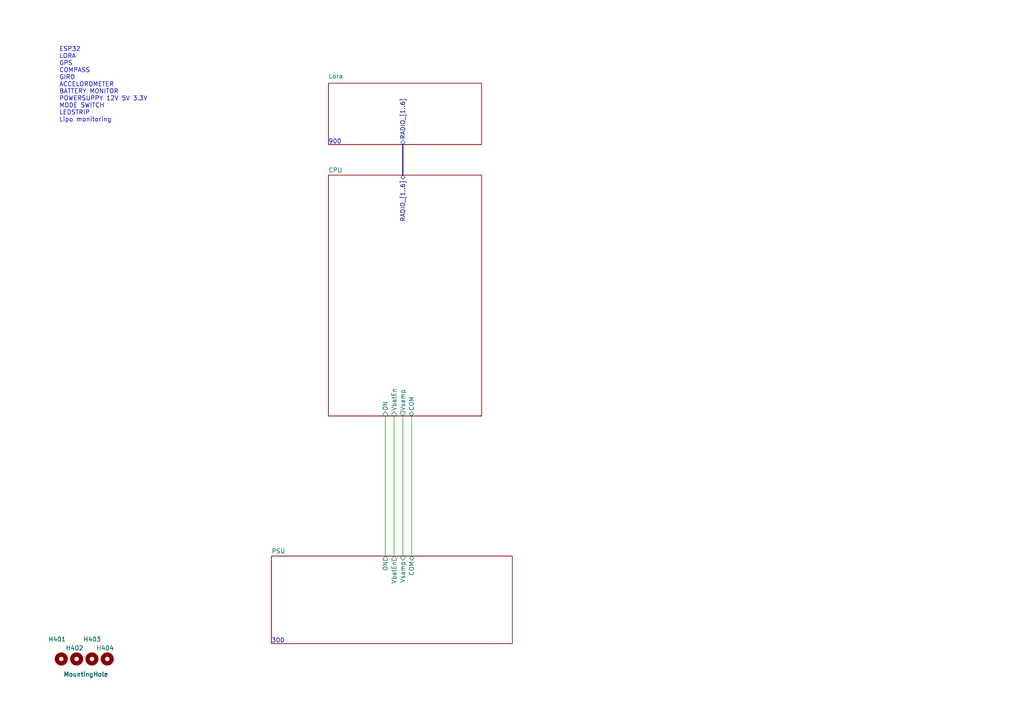
<source format=kicad_sch>
(kicad_sch (version 20241209) (generator "eeschema") (generator_version "9.0")
  (paper "A4")
  (title_block (title "NicE Buoy") (date "2023-06-20") (rev "1.1") (company "NicE Engineering"))
  (lib_symbols
    (symbol "Mechanical:MountingHole" (pin_names (offset 1.016))
      (property "Reference" "H" (at 0 5.08 0))
      (property "Value" "MountingHole" (at 0 3.175 0))
      (symbol "MountingHole_0_1"
        (circle (center 0 0) (radius 1.27) (stroke (width 1.27)))
      )
    )
  )
  (text "300" (at 78.74 186.69 0) (effects (font (size 1.27 1.27)) (justify left bottom)))
  (text "ESP32\nLORA\nGPS\nCOMPASS\nGIRO\nACCELOROMETER\nBATTERY MONITOR\nPOWERSUPPY 12V 5V 3.3V\nMODE SWITCH\nLEDSTRIP\nLipo monitoring\n" (at 17.145 35.56 0) (effects (font (size 1.27 1.27)) (justify left bottom)))
  (text "900" (at 95.25 41.91 0) (effects (font (size 1.27 1.27)) (justify left bottom)))
  (wire (pts (xy 119.38 120.65) (xy 119.38 161.29)))
  (wire (pts (xy 114.3 120.65) (xy 114.3 161.29)))
  (bus (pts (xy 116.84 41.91) (xy 116.84 50.8)))
  (wire (pts (xy 116.84 120.65) (xy 116.84 161.29)))
  (wire (pts (xy 111.76 120.65) (xy 111.76 161.29)))
  (symbol (lib_id "Mechanical:MountingHole") (at 31.115 191.135 0) (unit 1) (in_bom no)
    (property "Reference" "H404" (at 27.94 187.96 0) (effects (justify left)))
    (property "Value" "MountingHole" (at 18.415 195.58 0) (effects (justify left)))
    (property "Footprint" "A_Mechanical:NPTH_M3" (effects (hide yes)))
  )
  (symbol (lib_id "Mechanical:MountingHole") (at 26.67 191.135 0) (unit 1) (in_bom no)
    (property "Reference" "H403" (at 24.13 185.42 0) (effects (justify left)))
    (property "Value" "MountingHole" (at 18.415 195.58 0) (effects (justify left)))
    (property "Footprint" "A_Mechanical:NPTH_M3" (effects (hide yes)))
  )
  (symbol (lib_id "Mechanical:MountingHole") (at 22.225 191.135 0) (unit 1) (in_bom no)
    (property "Reference" "H402" (at 19.05 187.96 0) (effects (justify left)))
    (property "Value" "MountingHole" (at 18.415 195.58 0) (effects (justify left)))
    (property "Footprint" "A_Mechanical:NPTH_M3" (effects (hide yes)))
  )
  (symbol (lib_id "Mechanical:MountingHole") (at 17.78 191.135 0) (unit 1) (in_bom no)
    (property "Reference" "H401" (at 13.97 185.42 0) (effects (justify left)))
    (property "Value" "MountingHole" (at 18.415 195.58 0) (effects (justify left)))
    (property "Footprint" "A_Mechanical:NPTH_M3" (effects (hide yes)))
  )
  (sheet (at 95.25 24.13) (size 44.45 17.78) (stroke (width 0.1524))
    (property "Sheetname" "Lora" (at 95.25 22.86 0) (effects (justify left bottom)))
    (property "Sheetfile" "Lora.kicad_sch" (effects (hide yes)))
    (pin "RADIO_[1..6]" bidirectional (at 116.84 41.91 270))
  )
  (sheet (at 95.25 50.8) (size 44.45 69.85) (stroke (width 0.1524))
    (property "Sheetname" "CPU" (at 95.25 50.0884 0) (effects (justify left bottom)))
    (property "Sheetfile" "CPU_sch.kicad_sch" (effects (hide yes)))
    (pin "RADIO_[1..6]" bidirectional (at 116.84 50.8 90))
    (pin "VbatEn" input (at 114.3 120.65 270))
    (pin "Vsamp" output (at 116.84 120.65 270))
    (pin "COM" bidirectional (at 119.38 120.65 270))
    (pin "ON" input (at 111.76 120.65 270))
  )
  (sheet (at 78.74 161.29) (size 69.85 25.4) (stroke (width 0.1524))
    (property "Sheetname" "PSU" (at 78.74 160.5784 0) (effects (justify left bottom)))
    (property "Sheetfile" "PSU_sch.kicad_sch" (effects (hide yes)))
    (pin "VbatEn" output (at 114.3 161.29 90))
    (pin "Vsamp" input (at 116.84 161.29 90))
    (pin "COM" bidirectional (at 119.38 161.29 90))
    (pin "ON" output (at 111.76 161.29 90))
  )
)
</source>
